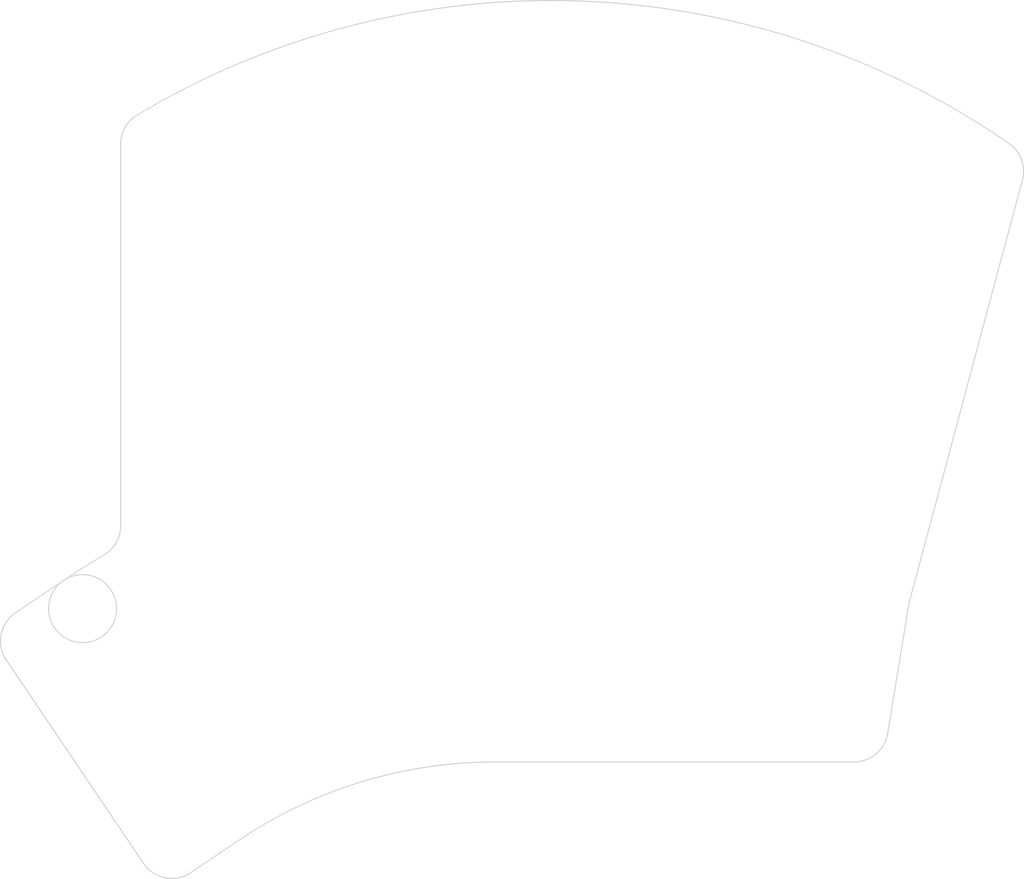
<source format=kicad_pcb>
(kicad_pcb (version 20221018) (generator pcbnew)

  (general
    (thickness 1.6)
  )

  (paper "A3")
  (title_block
    (title "Handy-edge")
    (rev "v1.0.0")
    (company "Unknown")
  )

  (layers
    (0 "F.Cu" signal)
    (31 "B.Cu" signal)
    (32 "B.Adhes" user "B.Adhesive")
    (33 "F.Adhes" user "F.Adhesive")
    (34 "B.Paste" user)
    (35 "F.Paste" user)
    (36 "B.SilkS" user "B.Silkscreen")
    (37 "F.SilkS" user "F.Silkscreen")
    (38 "B.Mask" user)
    (39 "F.Mask" user)
    (40 "Dwgs.User" user "User.Drawings")
    (41 "Cmts.User" user "User.Comments")
    (42 "Eco1.User" user "User.Eco1")
    (43 "Eco2.User" user "User.Eco2")
    (44 "Edge.Cuts" user)
    (45 "Margin" user)
    (46 "B.CrtYd" user "B.Courtyard")
    (47 "F.CrtYd" user "F.Courtyard")
    (48 "B.Fab" user)
    (49 "F.Fab" user)
  )

  (setup
    (pad_to_mask_clearance 0.05)
    (pcbplotparams
      (layerselection 0x00010fc_ffffffff)
      (plot_on_all_layers_selection 0x0000000_00000000)
      (disableapertmacros false)
      (usegerberextensions false)
      (usegerberattributes true)
      (usegerberadvancedattributes true)
      (creategerberjobfile true)
      (dashed_line_dash_ratio 12.000000)
      (dashed_line_gap_ratio 3.000000)
      (svgprecision 4)
      (plotframeref false)
      (viasonmask false)
      (mode 1)
      (useauxorigin false)
      (hpglpennumber 1)
      (hpglpenspeed 20)
      (hpglpendiameter 15.000000)
      (dxfpolygonmode true)
      (dxfimperialunits true)
      (dxfusepcbnewfont true)
      (psnegative false)
      (psa4output false)
      (plotreference true)
      (plotvalue true)
      (plotinvisibletext false)
      (sketchpadsonfab false)
      (subtractmaskfromsilk false)
      (outputformat 1)
      (mirror false)
      (drillshape 1)
      (scaleselection 1)
      (outputdirectory "")
    )
  )

  (net 0 "")

  (gr_arc (start 80.4 130.400049) (mid 79.740169 132.882575) (end 77.934825 134.709882)
    (stroke (width 0.15) (type solid)) (layer "Edge.Cuts") (tstamp 06af947b-8063-457e-b39a-ab421664c11d))
  (gr_arc (start 211.015997 74.148722) (mid 212.864193 76.537142) (end 213.000017 79.554083)
    (stroke (width 0.15) (type solid)) (layer "Edge.Cuts") (tstamp 096f686e-860c-49f2-8b0d-37ec8fafdf47))
  (gr_arc (start 72.009566 138.445687) (mid 74.943357 136.532044) (end 77.934825 134.709882)
    (stroke (width 0.15) (type solid)) (layer "Edge.Cuts") (tstamp 23f6c9a6-13a0-4244-a53c-26c6a00ac115))
  (gr_arc (start 97.788358 176.664319) (mid 115.758766 168.092874) (end 135.45 165.15)
    (stroke (width 0.15) (type solid)) (layer "Edge.Cuts") (tstamp 3002fdde-ff31-41c4-8a97-5018ea641875))
  (gr_arc (start 82.827674 69.97769) (mid 147.536138 53.183857) (end 211.015997 74.148722)
    (stroke (width 0.15) (type solid)) (layer "Edge.Cuts") (tstamp 3b2d16df-8b04-442b-b908-5e3de16da2d1))
  (gr_arc (start 193.190858 160.957165) (mid 191.494045 163.960238) (end 188.25644 165.15)
    (stroke (width 0.15) (type solid)) (layer "Edge.Cuts") (tstamp 45986ea8-5f2d-4613-87e8-fe9ee4c53749))
  (gr_line (start 97.788358 176.66432) (end 90.720813 181.431439)
    (stroke (width 0.15) (type solid)) (layer "Edge.Cuts") (tstamp 5efbad69-a1c4-4cf1-8a95-7b1b170a26df))
  (gr_line (start 213.000017 79.554083) (end 196.394245 141.527666)
    (stroke (width 0.15) (type solid)) (layer "Edge.Cuts") (tstamp 5fdc10da-1e14-4136-b3ca-27124ef73cea))
  (gr_line (start 83.77966 180.082216) (end 63.592796 150.153959)
    (stroke (width 0.15) (type solid)) (layer "Edge.Cuts") (tstamp 892cb56e-ae63-4c47-9776-38a25c0b1f91))
  (gr_arc (start 196.289456 142.014596) (mid 196.335784 141.769825) (end 196.394245 141.527666)
    (stroke (width 0.15) (type solid)) (layer "Edge.Cuts") (tstamp 8c43f382-9612-4ed0-a8c7-719e150fc3da))
  (gr_arc (start 63.592796 150.153959) (mid 62.829848 146.40395) (end 64.94202 143.212807)
    (stroke (width 0.15) (type solid)) (layer "Edge.Cuts") (tstamp 932bb266-d9f6-42a4-96d2-ca38922053bc))
  (gr_line (start 196.289456 142.014596) (end 193.190858 160.957165)
    (stroke (width 0.15) (type solid)) (layer "Edge.Cuts") (tstamp aeaa0463-66fa-45c6-8e6b-401ee11bfaec))
  (gr_line (start 80.4 130.400049) (end 80.4 74.265246)
    (stroke (width 0.15) (type solid)) (layer "Edge.Cuts") (tstamp c1653388-bf18-48f4-aac6-0b3e456dd28f))
  (gr_arc (start 90.720813 181.431439) (mid 86.970803 182.194387) (end 83.77966 180.082216)
    (stroke (width 0.15) (type solid)) (layer "Edge.Cuts") (tstamp c65dcbce-01e5-4224-ab2b-297b5df45d44))
  (gr_arc (start 72.009565 138.445687) (mid 77.601495 146.736063) (end 72.009565 138.445687)
    (stroke (width 0.15) (type solid)) (layer "Edge.Cuts") (tstamp c948d90c-5cdf-4b6e-983f-25834c9fa0a4))
  (gr_line (start 64.94202 143.212807) (end 72.009565 138.445687)
    (stroke (width 0.15) (type solid)) (layer "Edge.Cuts") (tstamp d7986a05-6f58-40b1-a1a6-ea160ddc2f0a))
  (gr_line (start 188.25644 165.15) (end 135.45 165.15)
    (stroke (width 0.15) (type solid)) (layer "Edge.Cuts") (tstamp de19eaf0-b379-4882-b773-77b86c4f2335))
  (gr_arc (start 80.400001 74.265246) (mid 81.049045 71.801675) (end 82.827675 69.97769)
    (stroke (width 0.15) (type solid)) (layer "Edge.Cuts") (tstamp ed5e5e61-afd1-4fd9-964e-9bdaedcab7f0))

)

</source>
